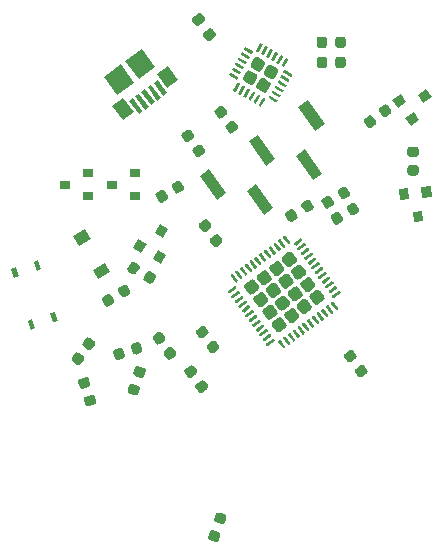
<source format=gbr>
%TF.GenerationSoftware,KiCad,Pcbnew,5.1.6-c6e7f7d~87~ubuntu18.04.1*%
%TF.CreationDate,2020-07-29T15:25:13-07:00*%
%TF.ProjectId,esp32_picod4_downpads,65737033-325f-4706-9963-6f64345f646f,rev?*%
%TF.SameCoordinates,Original*%
%TF.FileFunction,Paste,Top*%
%TF.FilePolarity,Positive*%
%FSLAX46Y46*%
G04 Gerber Fmt 4.6, Leading zero omitted, Abs format (unit mm)*
G04 Created by KiCad (PCBNEW 5.1.6-c6e7f7d~87~ubuntu18.04.1) date 2020-07-29 15:25:13*
%MOMM*%
%LPD*%
G01*
G04 APERTURE LIST*
%ADD10C,0.100000*%
%ADD11R,0.900000X0.800000*%
G04 APERTURE END LIST*
D10*
%TO.C,J18*%
G36*
X99073037Y-92878829D02*
G01*
X98253885Y-93452405D01*
X96814209Y-91396333D01*
X97633361Y-90822757D01*
X99073037Y-92878829D01*
G37*
G36*
X103234329Y-89965060D02*
G01*
X102415177Y-90538636D01*
X100975501Y-88482564D01*
X101794653Y-87908988D01*
X103234329Y-89965060D01*
G37*
G36*
X95093853Y-91624320D02*
G01*
X94274701Y-92197896D01*
X92835025Y-90141824D01*
X93654177Y-89568248D01*
X95093853Y-91624320D01*
G37*
G36*
X99255145Y-88710551D02*
G01*
X98435993Y-89284127D01*
X96996317Y-87228055D01*
X97815469Y-86654479D01*
X99255145Y-88710551D01*
G37*
G36*
X103416437Y-85796783D02*
G01*
X102597285Y-86370359D01*
X101157609Y-84314287D01*
X101976761Y-83740711D01*
X103416437Y-85796783D01*
G37*
%TD*%
%TO.C,C1*%
G36*
G01*
X91609771Y-106522473D02*
X92024393Y-106221234D01*
G75*
G02*
X92329943Y-106269628I128578J-176972D01*
G01*
X92587099Y-106623572D01*
G75*
G02*
X92538705Y-106929122I-176972J-128578D01*
G01*
X92124083Y-107230362D01*
G75*
G02*
X91818533Y-107181968I-128578J176972D01*
G01*
X91561377Y-106828024D01*
G75*
G02*
X91609771Y-106522474I176972J128578D01*
G01*
G37*
G36*
G01*
X92535533Y-107796675D02*
X92950155Y-107495436D01*
G75*
G02*
X93255705Y-107543830I128578J-176972D01*
G01*
X93512861Y-107897774D01*
G75*
G02*
X93464467Y-108203324I-176972J-128578D01*
G01*
X93049845Y-108504564D01*
G75*
G02*
X92744295Y-108456170I-128578J176972D01*
G01*
X92487139Y-108102226D01*
G75*
G02*
X92535533Y-107796676I176972J128578D01*
G01*
G37*
%TD*%
%TO.C,C2*%
G36*
G01*
X93498414Y-104433776D02*
X93913036Y-104132537D01*
G75*
G02*
X94218586Y-104180931I128578J-176972D01*
G01*
X94475742Y-104534875D01*
G75*
G02*
X94427348Y-104840425I-176972J-128578D01*
G01*
X94012726Y-105141665D01*
G75*
G02*
X93707176Y-105093271I-128578J176972D01*
G01*
X93450020Y-104739327D01*
G75*
G02*
X93498414Y-104433777I176972J128578D01*
G01*
G37*
G36*
G01*
X92572652Y-103159574D02*
X92987274Y-102858335D01*
G75*
G02*
X93292824Y-102906729I128578J-176972D01*
G01*
X93549980Y-103260673D01*
G75*
G02*
X93501586Y-103566223I-176972J-128578D01*
G01*
X93086964Y-103867463D01*
G75*
G02*
X92781414Y-103819069I-128578J176972D01*
G01*
X92524258Y-103465125D01*
G75*
G02*
X92572652Y-103159575I176972J128578D01*
G01*
G37*
%TD*%
%TO.C,C3*%
G36*
G01*
X89864467Y-104103325D02*
X89449845Y-104404564D01*
G75*
G02*
X89144295Y-104356170I-128578J176972D01*
G01*
X88887139Y-104002226D01*
G75*
G02*
X88935533Y-103696676I176972J128578D01*
G01*
X89350155Y-103395436D01*
G75*
G02*
X89655705Y-103443830I128578J-176972D01*
G01*
X89912861Y-103797774D01*
G75*
G02*
X89864467Y-104103324I-176972J-128578D01*
G01*
G37*
G36*
G01*
X90790229Y-105377527D02*
X90375607Y-105678766D01*
G75*
G02*
X90070057Y-105630372I-128578J176972D01*
G01*
X89812901Y-105276428D01*
G75*
G02*
X89861295Y-104970878I176972J128578D01*
G01*
X90275917Y-104669638D01*
G75*
G02*
X90581467Y-104718032I128578J-176972D01*
G01*
X90838623Y-105071976D01*
G75*
G02*
X90790229Y-105377526I-176972J-128578D01*
G01*
G37*
%TD*%
%TO.C,C4*%
G36*
G01*
X82487274Y-106141666D02*
X82072652Y-105840425D01*
G75*
G02*
X82024258Y-105534875I128578J176972D01*
G01*
X82281414Y-105180931D01*
G75*
G02*
X82586964Y-105132537I176972J-128578D01*
G01*
X83001586Y-105433777D01*
G75*
G02*
X83049980Y-105739327I-128578J-176972D01*
G01*
X82792824Y-106093271D01*
G75*
G02*
X82487274Y-106141665I-176972J128578D01*
G01*
G37*
G36*
G01*
X83413036Y-104867464D02*
X82998414Y-104566223D01*
G75*
G02*
X82950020Y-104260673I128578J176972D01*
G01*
X83207176Y-103906729D01*
G75*
G02*
X83512726Y-103858335I176972J-128578D01*
G01*
X83927348Y-104159575D01*
G75*
G02*
X83975742Y-104465125I-128578J-176972D01*
G01*
X83718586Y-104819069D01*
G75*
G02*
X83413036Y-104867463I-176972J128578D01*
G01*
G37*
%TD*%
%TO.C,C5*%
G36*
G01*
X106048414Y-106483776D02*
X106463036Y-106182537D01*
G75*
G02*
X106768586Y-106230931I128578J-176972D01*
G01*
X107025742Y-106584875D01*
G75*
G02*
X106977348Y-106890425I-176972J-128578D01*
G01*
X106562726Y-107191665D01*
G75*
G02*
X106257176Y-107143271I-128578J176972D01*
G01*
X106000020Y-106789327D01*
G75*
G02*
X106048414Y-106483777I176972J128578D01*
G01*
G37*
G36*
G01*
X105122652Y-105209574D02*
X105537274Y-104908335D01*
G75*
G02*
X105842824Y-104956729I128578J-176972D01*
G01*
X106099980Y-105310673D01*
G75*
G02*
X106051586Y-105616223I-176972J-128578D01*
G01*
X105636964Y-105917463D01*
G75*
G02*
X105331414Y-105869069I-128578J176972D01*
G01*
X105074258Y-105515125D01*
G75*
G02*
X105122652Y-105209575I176972J128578D01*
G01*
G37*
%TD*%
%TO.C,C6*%
G36*
G01*
X94172652Y-84559574D02*
X94587274Y-84258335D01*
G75*
G02*
X94892824Y-84306729I128578J-176972D01*
G01*
X95149980Y-84660673D01*
G75*
G02*
X95101586Y-84966223I-176972J-128578D01*
G01*
X94686964Y-85267463D01*
G75*
G02*
X94381414Y-85219069I-128578J176972D01*
G01*
X94124258Y-84865125D01*
G75*
G02*
X94172652Y-84559575I176972J128578D01*
G01*
G37*
G36*
G01*
X95098414Y-85833776D02*
X95513036Y-85532537D01*
G75*
G02*
X95818586Y-85580931I128578J-176972D01*
G01*
X96075742Y-85934875D01*
G75*
G02*
X96027348Y-86240425I-176972J-128578D01*
G01*
X95612726Y-86541665D01*
G75*
G02*
X95307176Y-86493271I-128578J176972D01*
G01*
X95050020Y-86139327D01*
G75*
G02*
X95098414Y-85833777I176972J128578D01*
G01*
G37*
%TD*%
%TO.C,C7*%
G36*
G01*
X89107011Y-98746831D02*
X88850761Y-99190669D01*
G75*
G02*
X88551943Y-99270737I-189443J109375D01*
G01*
X88173057Y-99051987D01*
G75*
G02*
X88092989Y-98753169I109375J189443D01*
G01*
X88349239Y-98309331D01*
G75*
G02*
X88648057Y-98229263I189443J-109375D01*
G01*
X89026943Y-98448013D01*
G75*
G02*
X89107011Y-98746831I-109375J-189443D01*
G01*
G37*
G36*
G01*
X87743021Y-97959331D02*
X87486771Y-98403169D01*
G75*
G02*
X87187953Y-98483237I-189443J109375D01*
G01*
X86809067Y-98264487D01*
G75*
G02*
X86728999Y-97965669I109375J189443D01*
G01*
X86985249Y-97521831D01*
G75*
G02*
X87284067Y-97441763I189443J-109375D01*
G01*
X87662953Y-97660513D01*
G75*
G02*
X87743021Y-97959331I-109375J-189443D01*
G01*
G37*
%TD*%
%TO.C,C8*%
G36*
G01*
X93201586Y-77116224D02*
X92786964Y-77417463D01*
G75*
G02*
X92481414Y-77369069I-128578J176972D01*
G01*
X92224258Y-77015125D01*
G75*
G02*
X92272652Y-76709575I176972J128578D01*
G01*
X92687274Y-76408335D01*
G75*
G02*
X92992824Y-76456729I128578J-176972D01*
G01*
X93249980Y-76810673D01*
G75*
G02*
X93201586Y-77116223I-176972J-128578D01*
G01*
G37*
G36*
G01*
X94127348Y-78390426D02*
X93712726Y-78691665D01*
G75*
G02*
X93407176Y-78643271I-128578J176972D01*
G01*
X93150020Y-78289327D01*
G75*
G02*
X93198414Y-77983777I176972J128578D01*
G01*
X93613036Y-77682537D01*
G75*
G02*
X93918586Y-77730931I128578J-176972D01*
G01*
X94175742Y-78084875D01*
G75*
G02*
X94127348Y-78390425I-176972J-128578D01*
G01*
G37*
%TD*%
%TO.C,C9*%
G36*
G01*
X104312500Y-79106250D02*
X104312500Y-78593750D01*
G75*
G02*
X104531250Y-78375000I218750J0D01*
G01*
X104968750Y-78375000D01*
G75*
G02*
X105187500Y-78593750I0J-218750D01*
G01*
X105187500Y-79106250D01*
G75*
G02*
X104968750Y-79325000I-218750J0D01*
G01*
X104531250Y-79325000D01*
G75*
G02*
X104312500Y-79106250I0J218750D01*
G01*
G37*
G36*
G01*
X102737500Y-79106250D02*
X102737500Y-78593750D01*
G75*
G02*
X102956250Y-78375000I218750J0D01*
G01*
X103393750Y-78375000D01*
G75*
G02*
X103612500Y-78593750I0J-218750D01*
G01*
X103612500Y-79106250D01*
G75*
G02*
X103393750Y-79325000I-218750J0D01*
G01*
X102956250Y-79325000D01*
G75*
G02*
X102737500Y-79106250I0J218750D01*
G01*
G37*
%TD*%
%TO.C,C10*%
G36*
G01*
X102737500Y-80806250D02*
X102737500Y-80293750D01*
G75*
G02*
X102956250Y-80075000I218750J0D01*
G01*
X103393750Y-80075000D01*
G75*
G02*
X103612500Y-80293750I0J-218750D01*
G01*
X103612500Y-80806250D01*
G75*
G02*
X103393750Y-81025000I-218750J0D01*
G01*
X102956250Y-81025000D01*
G75*
G02*
X102737500Y-80806250I0J218750D01*
G01*
G37*
G36*
G01*
X104312500Y-80806250D02*
X104312500Y-80293750D01*
G75*
G02*
X104531250Y-80075000I218750J0D01*
G01*
X104968750Y-80075000D01*
G75*
G02*
X105187500Y-80293750I0J-218750D01*
G01*
X105187500Y-80806250D01*
G75*
G02*
X104968750Y-81025000I-218750J0D01*
G01*
X104531250Y-81025000D01*
G75*
G02*
X104312500Y-80806250I0J218750D01*
G01*
G37*
%TD*%
%TO.C,C11*%
G36*
G01*
X89367244Y-92334419D02*
X89110994Y-91890581D01*
G75*
G02*
X89191062Y-91591763I189443J109375D01*
G01*
X89569948Y-91373013D01*
G75*
G02*
X89868766Y-91453081I109375J-189443D01*
G01*
X90125016Y-91896919D01*
G75*
G02*
X90044948Y-92195737I-189443J-109375D01*
G01*
X89666062Y-92414487D01*
G75*
G02*
X89367244Y-92334419I-109375J189443D01*
G01*
G37*
G36*
G01*
X90731234Y-91546919D02*
X90474984Y-91103081D01*
G75*
G02*
X90555052Y-90804263I189443J109375D01*
G01*
X90933938Y-90585513D01*
G75*
G02*
X91232756Y-90665581I109375J-189443D01*
G01*
X91489006Y-91109419D01*
G75*
G02*
X91408938Y-91408237I-189443J-109375D01*
G01*
X91030052Y-91626987D01*
G75*
G02*
X90731234Y-91546919I-109375J189443D01*
G01*
G37*
%TD*%
%TO.C,C12*%
G36*
G01*
X86199239Y-100340669D02*
X85942989Y-99896831D01*
G75*
G02*
X86023057Y-99598013I189443J109375D01*
G01*
X86401943Y-99379263D01*
G75*
G02*
X86700761Y-99459331I109375J-189443D01*
G01*
X86957011Y-99903169D01*
G75*
G02*
X86876943Y-100201987I-189443J-109375D01*
G01*
X86498057Y-100420737D01*
G75*
G02*
X86199239Y-100340669I-109375J189443D01*
G01*
G37*
G36*
G01*
X84835249Y-101128169D02*
X84578999Y-100684331D01*
G75*
G02*
X84659067Y-100385513I189443J109375D01*
G01*
X85037953Y-100166763D01*
G75*
G02*
X85336771Y-100246831I109375J-189443D01*
G01*
X85593021Y-100690669D01*
G75*
G02*
X85512953Y-100989487I-189443J-109375D01*
G01*
X85134067Y-101208237D01*
G75*
G02*
X84835249Y-101128169I-109375J189443D01*
G01*
G37*
%TD*%
%TO.C,C13*%
G36*
G01*
X93751586Y-94566224D02*
X93336964Y-94867463D01*
G75*
G02*
X93031414Y-94819069I-128578J176972D01*
G01*
X92774258Y-94465125D01*
G75*
G02*
X92822652Y-94159575I176972J128578D01*
G01*
X93237274Y-93858335D01*
G75*
G02*
X93542824Y-93906729I128578J-176972D01*
G01*
X93799980Y-94260673D01*
G75*
G02*
X93751586Y-94566223I-176972J-128578D01*
G01*
G37*
G36*
G01*
X94677348Y-95840426D02*
X94262726Y-96141665D01*
G75*
G02*
X93957176Y-96093271I-128578J176972D01*
G01*
X93700020Y-95739327D01*
G75*
G02*
X93748414Y-95433777I176972J128578D01*
G01*
X94163036Y-95132537D01*
G75*
G02*
X94468586Y-95180931I128578J-176972D01*
G01*
X94725742Y-95534875D01*
G75*
G02*
X94677348Y-95840425I-176972J-128578D01*
G01*
G37*
%TD*%
%TO.C,C14*%
G36*
G01*
X100349239Y-93940669D02*
X100092989Y-93496831D01*
G75*
G02*
X100173057Y-93198013I189443J109375D01*
G01*
X100551943Y-92979263D01*
G75*
G02*
X100850761Y-93059331I109375J-189443D01*
G01*
X101107011Y-93503169D01*
G75*
G02*
X101026943Y-93801987I-189443J-109375D01*
G01*
X100648057Y-94020737D01*
G75*
G02*
X100349239Y-93940669I-109375J189443D01*
G01*
G37*
G36*
G01*
X101713229Y-93153169D02*
X101456979Y-92709331D01*
G75*
G02*
X101537047Y-92410513I189443J109375D01*
G01*
X101915933Y-92191763D01*
G75*
G02*
X102214751Y-92271831I109375J-189443D01*
G01*
X102471001Y-92715669D01*
G75*
G02*
X102390933Y-93014487I-189443J-109375D01*
G01*
X102012047Y-93233237D01*
G75*
G02*
X101713229Y-93153169I-109375J189443D01*
G01*
G37*
%TD*%
%TO.C,D1*%
G36*
X82130385Y-95281347D02*
G01*
X83169615Y-94681347D01*
X83619615Y-95460769D01*
X82580385Y-96060769D01*
X82130385Y-95281347D01*
G37*
G36*
X83780385Y-98139231D02*
G01*
X84819615Y-97539231D01*
X85269615Y-98318653D01*
X84230385Y-98918653D01*
X83780385Y-98139231D01*
G37*
%TD*%
%TO.C,J17*%
G36*
X80578401Y-101661187D02*
G01*
X80825614Y-102422032D01*
X80445191Y-102545639D01*
X80197978Y-101784794D01*
X80578401Y-101661187D01*
G37*
G36*
X79156922Y-97286327D02*
G01*
X79404135Y-98047172D01*
X79023712Y-98170779D01*
X78776499Y-97409934D01*
X79156922Y-97286327D01*
G37*
G36*
X77254809Y-97904361D02*
G01*
X77502022Y-98665206D01*
X77121599Y-98788813D01*
X76874386Y-98027968D01*
X77254809Y-97904361D01*
G37*
G36*
X78676288Y-102279221D02*
G01*
X78923501Y-103040066D01*
X78543078Y-103163673D01*
X78295865Y-102402828D01*
X78676288Y-102279221D01*
G37*
%TD*%
%TO.C,J19*%
G36*
X86149494Y-80717122D02*
G01*
X87266286Y-82254254D01*
X85850506Y-83282878D01*
X84733714Y-81745746D01*
X86149494Y-80717122D01*
G37*
G36*
X88743990Y-82416707D02*
G01*
X89566889Y-83549331D01*
X89243282Y-83784445D01*
X88420383Y-82651821D01*
X88743990Y-82416707D01*
G37*
G36*
X89269851Y-82034647D02*
G01*
X90092750Y-83167271D01*
X89769143Y-83402385D01*
X88946244Y-82269761D01*
X89269851Y-82034647D01*
G37*
G36*
X87166407Y-83562888D02*
G01*
X87989306Y-84695512D01*
X87665699Y-84930626D01*
X86842800Y-83798002D01*
X87166407Y-83562888D01*
G37*
G36*
X87692268Y-83180828D02*
G01*
X88515167Y-84313452D01*
X88191560Y-84548566D01*
X87368661Y-83415942D01*
X87692268Y-83180828D01*
G37*
G36*
X88218129Y-82798768D02*
G01*
X89041028Y-83931392D01*
X88717421Y-84166506D01*
X87894522Y-83033882D01*
X88218129Y-82798768D01*
G37*
G36*
X87969782Y-79394605D02*
G01*
X89086574Y-80931737D01*
X87670794Y-81960361D01*
X86554002Y-80423229D01*
X87969782Y-79394605D01*
G37*
G36*
X86383025Y-83581997D02*
G01*
X87235314Y-84755072D01*
X86304945Y-85431025D01*
X85452656Y-84257950D01*
X86383025Y-83581997D01*
G37*
G36*
X90136864Y-80854674D02*
G01*
X90989153Y-82027749D01*
X90058784Y-82703702D01*
X89206495Y-81530627D01*
X90136864Y-80854674D01*
G37*
%TD*%
%TO.C,L1*%
G36*
G01*
X87835859Y-104377746D02*
X87994230Y-104865163D01*
G75*
G02*
X87853783Y-105140804I-208044J-67597D01*
G01*
X87437696Y-105275999D01*
G75*
G02*
X87162055Y-105135552I-67597J208044D01*
G01*
X87003684Y-104648135D01*
G75*
G02*
X87144131Y-104372494I208044J67597D01*
G01*
X87560218Y-104237299D01*
G75*
G02*
X87835859Y-104377746I67597J-208044D01*
G01*
G37*
G36*
G01*
X86337945Y-104864448D02*
X86496316Y-105351865D01*
G75*
G02*
X86355869Y-105627506I-208044J-67597D01*
G01*
X85939782Y-105762701D01*
G75*
G02*
X85664141Y-105622254I-67597J208044D01*
G01*
X85505770Y-105134837D01*
G75*
G02*
X85646217Y-104859196I208044J67597D01*
G01*
X86062304Y-104724001D01*
G75*
G02*
X86337945Y-104864448I67597J-208044D01*
G01*
G37*
%TD*%
%TO.C,Q1*%
G36*
X111771056Y-83988110D02*
G01*
X111300828Y-83340897D01*
X112028944Y-82811890D01*
X112499172Y-83459103D01*
X111771056Y-83988110D01*
G37*
G36*
X110711418Y-85932246D02*
G01*
X110241190Y-85285033D01*
X110969306Y-84756026D01*
X111439534Y-85403239D01*
X110711418Y-85932246D01*
G37*
G36*
X109594626Y-84395114D02*
G01*
X109124398Y-83747901D01*
X109852514Y-83218894D01*
X110322742Y-83866107D01*
X109594626Y-84395114D01*
G37*
%TD*%
%TO.C,Q2*%
G36*
X111595420Y-91100453D02*
G01*
X112391038Y-91016830D01*
X112485114Y-91911899D01*
X111689496Y-91995522D01*
X111595420Y-91100453D01*
G37*
G36*
X109705829Y-91299057D02*
G01*
X110501447Y-91215434D01*
X110595523Y-92110503D01*
X109799905Y-92194126D01*
X109705829Y-91299057D01*
G37*
G36*
X110859681Y-93188799D02*
G01*
X111655299Y-93105176D01*
X111749375Y-94000245D01*
X110953757Y-94083868D01*
X110859681Y-93188799D01*
G37*
%TD*%
D11*
%TO.C,Q3*%
X83400000Y-91850000D03*
X83400000Y-89950000D03*
X81400000Y-90900000D03*
%TD*%
%TO.C,Q4*%
X85400000Y-90900000D03*
X87400000Y-89950000D03*
X87400000Y-91850000D03*
%TD*%
%TO.C,R1*%
G36*
G01*
X83169428Y-108836590D02*
X83656845Y-108678219D01*
G75*
G02*
X83932486Y-108818666I67597J-208044D01*
G01*
X84067681Y-109234753D01*
G75*
G02*
X83927234Y-109510394I-208044J-67597D01*
G01*
X83439817Y-109668765D01*
G75*
G02*
X83164176Y-109528318I-67597J208044D01*
G01*
X83028981Y-109112231D01*
G75*
G02*
X83169428Y-108836590I208044J67597D01*
G01*
G37*
G36*
G01*
X82682726Y-107338676D02*
X83170143Y-107180305D01*
G75*
G02*
X83445784Y-107320752I67597J-208044D01*
G01*
X83580979Y-107736839D01*
G75*
G02*
X83440532Y-108012480I-208044J-67597D01*
G01*
X82953115Y-108170851D01*
G75*
G02*
X82677474Y-108030404I-67597J208044D01*
G01*
X82542279Y-107614317D01*
G75*
G02*
X82682726Y-107338676I208044J67597D01*
G01*
G37*
%TD*%
%TO.C,R2*%
G36*
G01*
X94676864Y-119646316D02*
X94189448Y-119487945D01*
G75*
G02*
X94049001Y-119212304I67597J208044D01*
G01*
X94184196Y-118796217D01*
G75*
G02*
X94459837Y-118655770I208044J-67597D01*
G01*
X94947254Y-118814141D01*
G75*
G02*
X95087701Y-119089782I-67597J-208044D01*
G01*
X94952506Y-119505869D01*
G75*
G02*
X94676865Y-119646316I-208044J67597D01*
G01*
G37*
G36*
G01*
X94190162Y-121144230D02*
X93702746Y-120985859D01*
G75*
G02*
X93562299Y-120710218I67597J208044D01*
G01*
X93697494Y-120294131D01*
G75*
G02*
X93973135Y-120153684I208044J-67597D01*
G01*
X94460552Y-120312055D01*
G75*
G02*
X94600999Y-120587696I-67597J-208044D01*
G01*
X94465804Y-121003783D01*
G75*
G02*
X94190163Y-121144230I-208044J67597D01*
G01*
G37*
%TD*%
%TO.C,R3*%
G36*
G01*
X108740426Y-84172652D02*
X109041665Y-84587274D01*
G75*
G02*
X108993271Y-84892824I-176972J-128578D01*
G01*
X108639327Y-85149980D01*
G75*
G02*
X108333777Y-85101586I-128578J176972D01*
G01*
X108032537Y-84686964D01*
G75*
G02*
X108080931Y-84381414I176972J128578D01*
G01*
X108434875Y-84124258D01*
G75*
G02*
X108740425Y-84172652I128578J-176972D01*
G01*
G37*
G36*
G01*
X107466224Y-85098414D02*
X107767463Y-85513036D01*
G75*
G02*
X107719069Y-85818586I-176972J-128578D01*
G01*
X107365125Y-86075742D01*
G75*
G02*
X107059575Y-86027348I-128578J176972D01*
G01*
X106758335Y-85612726D01*
G75*
G02*
X106806729Y-85307176I176972J128578D01*
G01*
X107160673Y-85050020D01*
G75*
G02*
X107466223Y-85098414I128578J-176972D01*
G01*
G37*
%TD*%
%TO.C,R4*%
G36*
G01*
X111156250Y-88550000D02*
X110643750Y-88550000D01*
G75*
G02*
X110425000Y-88331250I0J218750D01*
G01*
X110425000Y-87893750D01*
G75*
G02*
X110643750Y-87675000I218750J0D01*
G01*
X111156250Y-87675000D01*
G75*
G02*
X111375000Y-87893750I0J-218750D01*
G01*
X111375000Y-88331250D01*
G75*
G02*
X111156250Y-88550000I-218750J0D01*
G01*
G37*
G36*
G01*
X111156250Y-90125000D02*
X110643750Y-90125000D01*
G75*
G02*
X110425000Y-89906250I0J218750D01*
G01*
X110425000Y-89468750D01*
G75*
G02*
X110643750Y-89250000I218750J0D01*
G01*
X111156250Y-89250000D01*
G75*
G02*
X111375000Y-89468750I0J-218750D01*
G01*
X111375000Y-89906250D01*
G75*
G02*
X111156250Y-90125000I-218750J0D01*
G01*
G37*
%TD*%
%TO.C,R7*%
G36*
G01*
X103415930Y-92830477D02*
X103159680Y-92386639D01*
G75*
G02*
X103239748Y-92087821I189443J109375D01*
G01*
X103618634Y-91869071D01*
G75*
G02*
X103917452Y-91949139I109375J-189443D01*
G01*
X104173702Y-92392977D01*
G75*
G02*
X104093634Y-92691795I-189443J-109375D01*
G01*
X103714748Y-92910545D01*
G75*
G02*
X103415930Y-92830477I-109375J189443D01*
G01*
G37*
G36*
G01*
X104779920Y-92042977D02*
X104523670Y-91599139D01*
G75*
G02*
X104603738Y-91300321I189443J109375D01*
G01*
X104982624Y-91081571D01*
G75*
G02*
X105281442Y-91161639I109375J-189443D01*
G01*
X105537692Y-91605477D01*
G75*
G02*
X105457624Y-91904295I-189443J-109375D01*
G01*
X105078738Y-92123045D01*
G75*
G02*
X104779920Y-92042977I-109375J189443D01*
G01*
G37*
%TD*%
%TO.C,R8*%
G36*
G01*
X106064751Y-92521831D02*
X106321001Y-92965669D01*
G75*
G02*
X106240933Y-93264487I-189443J-109375D01*
G01*
X105862047Y-93483237D01*
G75*
G02*
X105563229Y-93403169I-109375J189443D01*
G01*
X105306979Y-92959331D01*
G75*
G02*
X105387047Y-92660513I189443J109375D01*
G01*
X105765933Y-92441763D01*
G75*
G02*
X106064751Y-92521831I109375J-189443D01*
G01*
G37*
G36*
G01*
X104700761Y-93309331D02*
X104957011Y-93753169D01*
G75*
G02*
X104876943Y-94051987I-189443J-109375D01*
G01*
X104498057Y-94270737D01*
G75*
G02*
X104199239Y-94190669I-109375J189443D01*
G01*
X103942989Y-93746831D01*
G75*
G02*
X104023057Y-93448013I189443J109375D01*
G01*
X104401943Y-93229263D01*
G75*
G02*
X104700761Y-93309331I109375J-189443D01*
G01*
G37*
%TD*%
%TO.C,R9*%
G36*
G01*
X92298414Y-87833776D02*
X92713036Y-87532537D01*
G75*
G02*
X93018586Y-87580931I128578J-176972D01*
G01*
X93275742Y-87934875D01*
G75*
G02*
X93227348Y-88240425I-176972J-128578D01*
G01*
X92812726Y-88541665D01*
G75*
G02*
X92507176Y-88493271I-128578J176972D01*
G01*
X92250020Y-88139327D01*
G75*
G02*
X92298414Y-87833777I176972J128578D01*
G01*
G37*
G36*
G01*
X91372652Y-86559574D02*
X91787274Y-86258335D01*
G75*
G02*
X92092824Y-86306729I128578J-176972D01*
G01*
X92349980Y-86660673D01*
G75*
G02*
X92301586Y-86966223I-176972J-128578D01*
G01*
X91886964Y-87267463D01*
G75*
G02*
X91581414Y-87219069I-128578J176972D01*
G01*
X91324258Y-86865125D01*
G75*
G02*
X91372652Y-86559575I176972J128578D01*
G01*
G37*
%TD*%
%TO.C,U1*%
G36*
G01*
X95305612Y-100088740D02*
X95232138Y-99987613D01*
G75*
G02*
X95245965Y-99900312I50564J36737D01*
G01*
X95792052Y-99503557D01*
G75*
G02*
X95879353Y-99517384I36737J-50564D01*
G01*
X95952826Y-99618511D01*
G75*
G02*
X95938999Y-99705812I-50564J-36737D01*
G01*
X95392912Y-100102567D01*
G75*
G02*
X95305611Y-100088740I-36737J50564D01*
G01*
G37*
G36*
G01*
X95599505Y-100493249D02*
X95526031Y-100392122D01*
G75*
G02*
X95539858Y-100304821I50564J36737D01*
G01*
X96085945Y-99908066D01*
G75*
G02*
X96173246Y-99921893I36737J-50564D01*
G01*
X96246719Y-100023020D01*
G75*
G02*
X96232892Y-100110321I-50564J-36737D01*
G01*
X95686805Y-100507076D01*
G75*
G02*
X95599504Y-100493249I-36737J50564D01*
G01*
G37*
G36*
G01*
X95893397Y-100897757D02*
X95819923Y-100796630D01*
G75*
G02*
X95833750Y-100709329I50564J36737D01*
G01*
X96379837Y-100312574D01*
G75*
G02*
X96467138Y-100326401I36737J-50564D01*
G01*
X96540611Y-100427528D01*
G75*
G02*
X96526784Y-100514829I-50564J-36737D01*
G01*
X95980697Y-100911584D01*
G75*
G02*
X95893396Y-100897757I-36737J50564D01*
G01*
G37*
G36*
G01*
X96187290Y-101302266D02*
X96113816Y-101201139D01*
G75*
G02*
X96127643Y-101113838I50564J36737D01*
G01*
X96673730Y-100717083D01*
G75*
G02*
X96761031Y-100730910I36737J-50564D01*
G01*
X96834504Y-100832037D01*
G75*
G02*
X96820677Y-100919338I-50564J-36737D01*
G01*
X96274590Y-101316093D01*
G75*
G02*
X96187289Y-101302266I-36737J50564D01*
G01*
G37*
G36*
G01*
X96481182Y-101706774D02*
X96407708Y-101605647D01*
G75*
G02*
X96421535Y-101518346I50564J36737D01*
G01*
X96967622Y-101121591D01*
G75*
G02*
X97054923Y-101135418I36737J-50564D01*
G01*
X97128396Y-101236545D01*
G75*
G02*
X97114569Y-101323846I-50564J-36737D01*
G01*
X96568482Y-101720601D01*
G75*
G02*
X96481181Y-101706774I-36737J50564D01*
G01*
G37*
G36*
G01*
X96775075Y-102111283D02*
X96701601Y-102010156D01*
G75*
G02*
X96715428Y-101922855I50564J36737D01*
G01*
X97261515Y-101526100D01*
G75*
G02*
X97348816Y-101539927I36737J-50564D01*
G01*
X97422289Y-101641054D01*
G75*
G02*
X97408462Y-101728355I-50564J-36737D01*
G01*
X96862375Y-102125110D01*
G75*
G02*
X96775074Y-102111283I-36737J50564D01*
G01*
G37*
G36*
G01*
X97068968Y-102515791D02*
X96995494Y-102414664D01*
G75*
G02*
X97009321Y-102327363I50564J36737D01*
G01*
X97555408Y-101930608D01*
G75*
G02*
X97642709Y-101944435I36737J-50564D01*
G01*
X97716182Y-102045562D01*
G75*
G02*
X97702355Y-102132863I-50564J-36737D01*
G01*
X97156268Y-102529618D01*
G75*
G02*
X97068967Y-102515791I-36737J50564D01*
G01*
G37*
G36*
G01*
X97362860Y-102920300D02*
X97289386Y-102819173D01*
G75*
G02*
X97303213Y-102731872I50564J36737D01*
G01*
X97849300Y-102335117D01*
G75*
G02*
X97936601Y-102348944I36737J-50564D01*
G01*
X98010074Y-102450071D01*
G75*
G02*
X97996247Y-102537372I-50564J-36737D01*
G01*
X97450160Y-102934127D01*
G75*
G02*
X97362859Y-102920300I-36737J50564D01*
G01*
G37*
G36*
G01*
X97656753Y-103324808D02*
X97583279Y-103223681D01*
G75*
G02*
X97597106Y-103136380I50564J36737D01*
G01*
X98143193Y-102739625D01*
G75*
G02*
X98230494Y-102753452I36737J-50564D01*
G01*
X98303967Y-102854579D01*
G75*
G02*
X98290140Y-102941880I-50564J-36737D01*
G01*
X97744053Y-103338635D01*
G75*
G02*
X97656752Y-103324808I-36737J50564D01*
G01*
G37*
G36*
G01*
X97950646Y-103729317D02*
X97877172Y-103628190D01*
G75*
G02*
X97890999Y-103540889I50564J36737D01*
G01*
X98437086Y-103144134D01*
G75*
G02*
X98524387Y-103157961I36737J-50564D01*
G01*
X98597860Y-103259088D01*
G75*
G02*
X98584033Y-103346389I-50564J-36737D01*
G01*
X98037946Y-103743144D01*
G75*
G02*
X97950645Y-103729317I-36737J50564D01*
G01*
G37*
G36*
G01*
X98244538Y-104133825D02*
X98171064Y-104032698D01*
G75*
G02*
X98184891Y-103945397I50564J36737D01*
G01*
X98730978Y-103548642D01*
G75*
G02*
X98818279Y-103562469I36737J-50564D01*
G01*
X98891752Y-103663596D01*
G75*
G02*
X98877925Y-103750897I-50564J-36737D01*
G01*
X98331838Y-104147652D01*
G75*
G02*
X98244537Y-104133825I-36737J50564D01*
G01*
G37*
G36*
G01*
X98538431Y-104538334D02*
X98464957Y-104437207D01*
G75*
G02*
X98478784Y-104349906I50564J36737D01*
G01*
X99024871Y-103953151D01*
G75*
G02*
X99112172Y-103966978I36737J-50564D01*
G01*
X99185645Y-104068105D01*
G75*
G02*
X99171818Y-104155406I-50564J-36737D01*
G01*
X98625731Y-104552161D01*
G75*
G02*
X98538430Y-104538334I-36737J50564D01*
G01*
G37*
G36*
G01*
X99900312Y-104754034D02*
X99503557Y-104207948D01*
G75*
G02*
X99517384Y-104120647I50564J36737D01*
G01*
X99618511Y-104047174D01*
G75*
G02*
X99705812Y-104061001I36737J-50564D01*
G01*
X100102567Y-104607088D01*
G75*
G02*
X100088740Y-104694389I-50564J-36737D01*
G01*
X99987613Y-104767862D01*
G75*
G02*
X99900312Y-104754035I-36737J50564D01*
G01*
G37*
G36*
G01*
X100304821Y-104460141D02*
X99908066Y-103914055D01*
G75*
G02*
X99921893Y-103826754I50564J36737D01*
G01*
X100023020Y-103753281D01*
G75*
G02*
X100110321Y-103767108I36737J-50564D01*
G01*
X100507076Y-104313195D01*
G75*
G02*
X100493249Y-104400496I-50564J-36737D01*
G01*
X100392122Y-104473969D01*
G75*
G02*
X100304821Y-104460142I-36737J50564D01*
G01*
G37*
G36*
G01*
X100709329Y-104166249D02*
X100312574Y-103620163D01*
G75*
G02*
X100326401Y-103532862I50564J36737D01*
G01*
X100427528Y-103459389D01*
G75*
G02*
X100514829Y-103473216I36737J-50564D01*
G01*
X100911584Y-104019303D01*
G75*
G02*
X100897757Y-104106604I-50564J-36737D01*
G01*
X100796630Y-104180077D01*
G75*
G02*
X100709329Y-104166250I-36737J50564D01*
G01*
G37*
G36*
G01*
X101113838Y-103872356D02*
X100717083Y-103326270D01*
G75*
G02*
X100730910Y-103238969I50564J36737D01*
G01*
X100832037Y-103165496D01*
G75*
G02*
X100919338Y-103179323I36737J-50564D01*
G01*
X101316093Y-103725410D01*
G75*
G02*
X101302266Y-103812711I-50564J-36737D01*
G01*
X101201139Y-103886184D01*
G75*
G02*
X101113838Y-103872357I-36737J50564D01*
G01*
G37*
G36*
G01*
X101518346Y-103578464D02*
X101121591Y-103032378D01*
G75*
G02*
X101135418Y-102945077I50564J36737D01*
G01*
X101236545Y-102871604D01*
G75*
G02*
X101323846Y-102885431I36737J-50564D01*
G01*
X101720601Y-103431518D01*
G75*
G02*
X101706774Y-103518819I-50564J-36737D01*
G01*
X101605647Y-103592292D01*
G75*
G02*
X101518346Y-103578465I-36737J50564D01*
G01*
G37*
G36*
G01*
X101922855Y-103284571D02*
X101526100Y-102738485D01*
G75*
G02*
X101539927Y-102651184I50564J36737D01*
G01*
X101641054Y-102577711D01*
G75*
G02*
X101728355Y-102591538I36737J-50564D01*
G01*
X102125110Y-103137625D01*
G75*
G02*
X102111283Y-103224926I-50564J-36737D01*
G01*
X102010156Y-103298399D01*
G75*
G02*
X101922855Y-103284572I-36737J50564D01*
G01*
G37*
G36*
G01*
X102327363Y-102990678D02*
X101930608Y-102444592D01*
G75*
G02*
X101944435Y-102357291I50564J36737D01*
G01*
X102045562Y-102283818D01*
G75*
G02*
X102132863Y-102297645I36737J-50564D01*
G01*
X102529618Y-102843732D01*
G75*
G02*
X102515791Y-102931033I-50564J-36737D01*
G01*
X102414664Y-103004506D01*
G75*
G02*
X102327363Y-102990679I-36737J50564D01*
G01*
G37*
G36*
G01*
X102731872Y-102696786D02*
X102335117Y-102150700D01*
G75*
G02*
X102348944Y-102063399I50564J36737D01*
G01*
X102450071Y-101989926D01*
G75*
G02*
X102537372Y-102003753I36737J-50564D01*
G01*
X102934127Y-102549840D01*
G75*
G02*
X102920300Y-102637141I-50564J-36737D01*
G01*
X102819173Y-102710614D01*
G75*
G02*
X102731872Y-102696787I-36737J50564D01*
G01*
G37*
G36*
G01*
X103136380Y-102402893D02*
X102739625Y-101856807D01*
G75*
G02*
X102753452Y-101769506I50564J36737D01*
G01*
X102854579Y-101696033D01*
G75*
G02*
X102941880Y-101709860I36737J-50564D01*
G01*
X103338635Y-102255947D01*
G75*
G02*
X103324808Y-102343248I-50564J-36737D01*
G01*
X103223681Y-102416721D01*
G75*
G02*
X103136380Y-102402894I-36737J50564D01*
G01*
G37*
G36*
G01*
X103540889Y-102109000D02*
X103144134Y-101562914D01*
G75*
G02*
X103157961Y-101475613I50564J36737D01*
G01*
X103259088Y-101402140D01*
G75*
G02*
X103346389Y-101415967I36737J-50564D01*
G01*
X103743144Y-101962054D01*
G75*
G02*
X103729317Y-102049355I-50564J-36737D01*
G01*
X103628190Y-102122828D01*
G75*
G02*
X103540889Y-102109001I-36737J50564D01*
G01*
G37*
G36*
G01*
X103945397Y-101815108D02*
X103548642Y-101269022D01*
G75*
G02*
X103562469Y-101181721I50564J36737D01*
G01*
X103663596Y-101108248D01*
G75*
G02*
X103750897Y-101122075I36737J-50564D01*
G01*
X104147652Y-101668162D01*
G75*
G02*
X104133825Y-101755463I-50564J-36737D01*
G01*
X104032698Y-101828936D01*
G75*
G02*
X103945397Y-101815109I-36737J50564D01*
G01*
G37*
G36*
G01*
X104349906Y-101521215D02*
X103953151Y-100975129D01*
G75*
G02*
X103966978Y-100887828I50564J36737D01*
G01*
X104068105Y-100814355D01*
G75*
G02*
X104155406Y-100828182I36737J-50564D01*
G01*
X104552161Y-101374269D01*
G75*
G02*
X104538334Y-101461570I-50564J-36737D01*
G01*
X104437207Y-101535043D01*
G75*
G02*
X104349906Y-101521216I-36737J50564D01*
G01*
G37*
G36*
G01*
X104120648Y-100482616D02*
X104047174Y-100381489D01*
G75*
G02*
X104061001Y-100294188I50564J36737D01*
G01*
X104607088Y-99897433D01*
G75*
G02*
X104694389Y-99911260I36737J-50564D01*
G01*
X104767862Y-100012387D01*
G75*
G02*
X104754035Y-100099688I-50564J-36737D01*
G01*
X104207948Y-100496443D01*
G75*
G02*
X104120647Y-100482616I-36737J50564D01*
G01*
G37*
G36*
G01*
X103826755Y-100078107D02*
X103753281Y-99976980D01*
G75*
G02*
X103767108Y-99889679I50564J36737D01*
G01*
X104313195Y-99492924D01*
G75*
G02*
X104400496Y-99506751I36737J-50564D01*
G01*
X104473969Y-99607878D01*
G75*
G02*
X104460142Y-99695179I-50564J-36737D01*
G01*
X103914055Y-100091934D01*
G75*
G02*
X103826754Y-100078107I-36737J50564D01*
G01*
G37*
G36*
G01*
X103532863Y-99673599D02*
X103459389Y-99572472D01*
G75*
G02*
X103473216Y-99485171I50564J36737D01*
G01*
X104019303Y-99088416D01*
G75*
G02*
X104106604Y-99102243I36737J-50564D01*
G01*
X104180077Y-99203370D01*
G75*
G02*
X104166250Y-99290671I-50564J-36737D01*
G01*
X103620163Y-99687426D01*
G75*
G02*
X103532862Y-99673599I-36737J50564D01*
G01*
G37*
G36*
G01*
X103238970Y-99269090D02*
X103165496Y-99167963D01*
G75*
G02*
X103179323Y-99080662I50564J36737D01*
G01*
X103725410Y-98683907D01*
G75*
G02*
X103812711Y-98697734I36737J-50564D01*
G01*
X103886184Y-98798861D01*
G75*
G02*
X103872357Y-98886162I-50564J-36737D01*
G01*
X103326270Y-99282917D01*
G75*
G02*
X103238969Y-99269090I-36737J50564D01*
G01*
G37*
G36*
G01*
X102945078Y-98864582D02*
X102871604Y-98763455D01*
G75*
G02*
X102885431Y-98676154I50564J36737D01*
G01*
X103431518Y-98279399D01*
G75*
G02*
X103518819Y-98293226I36737J-50564D01*
G01*
X103592292Y-98394353D01*
G75*
G02*
X103578465Y-98481654I-50564J-36737D01*
G01*
X103032378Y-98878409D01*
G75*
G02*
X102945077Y-98864582I-36737J50564D01*
G01*
G37*
G36*
G01*
X102651185Y-98460073D02*
X102577711Y-98358946D01*
G75*
G02*
X102591538Y-98271645I50564J36737D01*
G01*
X103137625Y-97874890D01*
G75*
G02*
X103224926Y-97888717I36737J-50564D01*
G01*
X103298399Y-97989844D01*
G75*
G02*
X103284572Y-98077145I-50564J-36737D01*
G01*
X102738485Y-98473900D01*
G75*
G02*
X102651184Y-98460073I-36737J50564D01*
G01*
G37*
G36*
G01*
X102357292Y-98055565D02*
X102283818Y-97954438D01*
G75*
G02*
X102297645Y-97867137I50564J36737D01*
G01*
X102843732Y-97470382D01*
G75*
G02*
X102931033Y-97484209I36737J-50564D01*
G01*
X103004506Y-97585336D01*
G75*
G02*
X102990679Y-97672637I-50564J-36737D01*
G01*
X102444592Y-98069392D01*
G75*
G02*
X102357291Y-98055565I-36737J50564D01*
G01*
G37*
G36*
G01*
X102063400Y-97651056D02*
X101989926Y-97549929D01*
G75*
G02*
X102003753Y-97462628I50564J36737D01*
G01*
X102549840Y-97065873D01*
G75*
G02*
X102637141Y-97079700I36737J-50564D01*
G01*
X102710614Y-97180827D01*
G75*
G02*
X102696787Y-97268128I-50564J-36737D01*
G01*
X102150700Y-97664883D01*
G75*
G02*
X102063399Y-97651056I-36737J50564D01*
G01*
G37*
G36*
G01*
X101769507Y-97246548D02*
X101696033Y-97145421D01*
G75*
G02*
X101709860Y-97058120I50564J36737D01*
G01*
X102255947Y-96661365D01*
G75*
G02*
X102343248Y-96675192I36737J-50564D01*
G01*
X102416721Y-96776319D01*
G75*
G02*
X102402894Y-96863620I-50564J-36737D01*
G01*
X101856807Y-97260375D01*
G75*
G02*
X101769506Y-97246548I-36737J50564D01*
G01*
G37*
G36*
G01*
X101475614Y-96842039D02*
X101402140Y-96740912D01*
G75*
G02*
X101415967Y-96653611I50564J36737D01*
G01*
X101962054Y-96256856D01*
G75*
G02*
X102049355Y-96270683I36737J-50564D01*
G01*
X102122828Y-96371810D01*
G75*
G02*
X102109001Y-96459111I-50564J-36737D01*
G01*
X101562914Y-96855866D01*
G75*
G02*
X101475613Y-96842039I-36737J50564D01*
G01*
G37*
G36*
G01*
X101181722Y-96437531D02*
X101108248Y-96336404D01*
G75*
G02*
X101122075Y-96249103I50564J36737D01*
G01*
X101668162Y-95852348D01*
G75*
G02*
X101755463Y-95866175I36737J-50564D01*
G01*
X101828936Y-95967302D01*
G75*
G02*
X101815109Y-96054603I-50564J-36737D01*
G01*
X101269022Y-96451358D01*
G75*
G02*
X101181721Y-96437531I-36737J50564D01*
G01*
G37*
G36*
G01*
X100887829Y-96033022D02*
X100814355Y-95931895D01*
G75*
G02*
X100828182Y-95844594I50564J36737D01*
G01*
X101374269Y-95447839D01*
G75*
G02*
X101461570Y-95461666I36737J-50564D01*
G01*
X101535043Y-95562793D01*
G75*
G02*
X101521216Y-95650094I-50564J-36737D01*
G01*
X100975129Y-96046849D01*
G75*
G02*
X100887828Y-96033022I-36737J50564D01*
G01*
G37*
G36*
G01*
X100294188Y-95938998D02*
X99897433Y-95392912D01*
G75*
G02*
X99911260Y-95305611I50564J36737D01*
G01*
X100012387Y-95232138D01*
G75*
G02*
X100099688Y-95245965I36737J-50564D01*
G01*
X100496443Y-95792052D01*
G75*
G02*
X100482616Y-95879353I-50564J-36737D01*
G01*
X100381489Y-95952826D01*
G75*
G02*
X100294188Y-95938999I-36737J50564D01*
G01*
G37*
G36*
G01*
X99889679Y-96232891D02*
X99492924Y-95686805D01*
G75*
G02*
X99506751Y-95599504I50564J36737D01*
G01*
X99607878Y-95526031D01*
G75*
G02*
X99695179Y-95539858I36737J-50564D01*
G01*
X100091934Y-96085945D01*
G75*
G02*
X100078107Y-96173246I-50564J-36737D01*
G01*
X99976980Y-96246719D01*
G75*
G02*
X99889679Y-96232892I-36737J50564D01*
G01*
G37*
G36*
G01*
X99485171Y-96526783D02*
X99088416Y-95980697D01*
G75*
G02*
X99102243Y-95893396I50564J36737D01*
G01*
X99203370Y-95819923D01*
G75*
G02*
X99290671Y-95833750I36737J-50564D01*
G01*
X99687426Y-96379837D01*
G75*
G02*
X99673599Y-96467138I-50564J-36737D01*
G01*
X99572472Y-96540611D01*
G75*
G02*
X99485171Y-96526784I-36737J50564D01*
G01*
G37*
G36*
G01*
X99080662Y-96820676D02*
X98683907Y-96274590D01*
G75*
G02*
X98697734Y-96187289I50564J36737D01*
G01*
X98798861Y-96113816D01*
G75*
G02*
X98886162Y-96127643I36737J-50564D01*
G01*
X99282917Y-96673730D01*
G75*
G02*
X99269090Y-96761031I-50564J-36737D01*
G01*
X99167963Y-96834504D01*
G75*
G02*
X99080662Y-96820677I-36737J50564D01*
G01*
G37*
G36*
G01*
X98676154Y-97114568D02*
X98279399Y-96568482D01*
G75*
G02*
X98293226Y-96481181I50564J36737D01*
G01*
X98394353Y-96407708D01*
G75*
G02*
X98481654Y-96421535I36737J-50564D01*
G01*
X98878409Y-96967622D01*
G75*
G02*
X98864582Y-97054923I-50564J-36737D01*
G01*
X98763455Y-97128396D01*
G75*
G02*
X98676154Y-97114569I-36737J50564D01*
G01*
G37*
G36*
G01*
X98271645Y-97408461D02*
X97874890Y-96862375D01*
G75*
G02*
X97888717Y-96775074I50564J36737D01*
G01*
X97989844Y-96701601D01*
G75*
G02*
X98077145Y-96715428I36737J-50564D01*
G01*
X98473900Y-97261515D01*
G75*
G02*
X98460073Y-97348816I-50564J-36737D01*
G01*
X98358946Y-97422289D01*
G75*
G02*
X98271645Y-97408462I-36737J50564D01*
G01*
G37*
G36*
G01*
X97867137Y-97702354D02*
X97470382Y-97156268D01*
G75*
G02*
X97484209Y-97068967I50564J36737D01*
G01*
X97585336Y-96995494D01*
G75*
G02*
X97672637Y-97009321I36737J-50564D01*
G01*
X98069392Y-97555408D01*
G75*
G02*
X98055565Y-97642709I-50564J-36737D01*
G01*
X97954438Y-97716182D01*
G75*
G02*
X97867137Y-97702355I-36737J50564D01*
G01*
G37*
G36*
G01*
X97462628Y-97996246D02*
X97065873Y-97450160D01*
G75*
G02*
X97079700Y-97362859I50564J36737D01*
G01*
X97180827Y-97289386D01*
G75*
G02*
X97268128Y-97303213I36737J-50564D01*
G01*
X97664883Y-97849300D01*
G75*
G02*
X97651056Y-97936601I-50564J-36737D01*
G01*
X97549929Y-98010074D01*
G75*
G02*
X97462628Y-97996247I-36737J50564D01*
G01*
G37*
G36*
G01*
X97058120Y-98290139D02*
X96661365Y-97744053D01*
G75*
G02*
X96675192Y-97656752I50564J36737D01*
G01*
X96776319Y-97583279D01*
G75*
G02*
X96863620Y-97597106I36737J-50564D01*
G01*
X97260375Y-98143193D01*
G75*
G02*
X97246548Y-98230494I-50564J-36737D01*
G01*
X97145421Y-98303967D01*
G75*
G02*
X97058120Y-98290140I-36737J50564D01*
G01*
G37*
G36*
G01*
X96653611Y-98584032D02*
X96256856Y-98037946D01*
G75*
G02*
X96270683Y-97950645I50564J36737D01*
G01*
X96371810Y-97877172D01*
G75*
G02*
X96459111Y-97890999I36737J-50564D01*
G01*
X96855866Y-98437086D01*
G75*
G02*
X96842039Y-98524387I-50564J-36737D01*
G01*
X96740912Y-98597860D01*
G75*
G02*
X96653611Y-98584033I-36737J50564D01*
G01*
G37*
G36*
G01*
X96249103Y-98877924D02*
X95852348Y-98331838D01*
G75*
G02*
X95866175Y-98244537I50564J36737D01*
G01*
X95967302Y-98171064D01*
G75*
G02*
X96054603Y-98184891I36737J-50564D01*
G01*
X96451358Y-98730978D01*
G75*
G02*
X96437531Y-98818279I-50564J-36737D01*
G01*
X96336404Y-98891752D01*
G75*
G02*
X96249103Y-98877925I-36737J50564D01*
G01*
G37*
G36*
G01*
X95844594Y-99171817D02*
X95447839Y-98625731D01*
G75*
G02*
X95461666Y-98538430I50564J36737D01*
G01*
X95562793Y-98464957D01*
G75*
G02*
X95650094Y-98478784I36737J-50564D01*
G01*
X96046849Y-99024871D01*
G75*
G02*
X96033022Y-99112172I-50564J-36737D01*
G01*
X95931895Y-99185645D01*
G75*
G02*
X95844594Y-99171818I-36737J50564D01*
G01*
G37*
G36*
G01*
X96969027Y-100106996D02*
X96633989Y-99645856D01*
G75*
G02*
X96689297Y-99296656I202254J146946D01*
G01*
X97150437Y-98961618D01*
G75*
G02*
X97499637Y-99016926I146946J-202254D01*
G01*
X97834675Y-99478066D01*
G75*
G02*
X97779367Y-99827266I-202254J-146946D01*
G01*
X97318227Y-100162304D01*
G75*
G02*
X96969027Y-100106996I-146946J202254D01*
G01*
G37*
G36*
G01*
X97744903Y-101174899D02*
X97409865Y-100713759D01*
G75*
G02*
X97465173Y-100364559I202254J146946D01*
G01*
X97926313Y-100029521D01*
G75*
G02*
X98275513Y-100084829I146946J-202254D01*
G01*
X98610551Y-100545969D01*
G75*
G02*
X98555243Y-100895169I-202254J-146946D01*
G01*
X98094103Y-101230207D01*
G75*
G02*
X97744903Y-101174899I-146946J202254D01*
G01*
G37*
G36*
G01*
X98520780Y-102242801D02*
X98185742Y-101781661D01*
G75*
G02*
X98241050Y-101432461I202254J146946D01*
G01*
X98702190Y-101097423D01*
G75*
G02*
X99051390Y-101152731I146946J-202254D01*
G01*
X99386428Y-101613871D01*
G75*
G02*
X99331120Y-101963071I-202254J-146946D01*
G01*
X98869980Y-102298109D01*
G75*
G02*
X98520780Y-102242801I-146946J202254D01*
G01*
G37*
G36*
G01*
X99296656Y-103310703D02*
X98961618Y-102849563D01*
G75*
G02*
X99016926Y-102500363I202254J146946D01*
G01*
X99478066Y-102165325D01*
G75*
G02*
X99827266Y-102220633I146946J-202254D01*
G01*
X100162304Y-102681773D01*
G75*
G02*
X100106996Y-103030973I-202254J-146946D01*
G01*
X99645856Y-103366011D01*
G75*
G02*
X99296656Y-103310703I-146946J202254D01*
G01*
G37*
G36*
G01*
X98036929Y-99331120D02*
X97701891Y-98869980D01*
G75*
G02*
X97757199Y-98520780I202254J146946D01*
G01*
X98218339Y-98185742D01*
G75*
G02*
X98567539Y-98241050I146946J-202254D01*
G01*
X98902577Y-98702190D01*
G75*
G02*
X98847269Y-99051390I-202254J-146946D01*
G01*
X98386129Y-99386428D01*
G75*
G02*
X98036929Y-99331120I-146946J202254D01*
G01*
G37*
G36*
G01*
X98812806Y-100399022D02*
X98477768Y-99937882D01*
G75*
G02*
X98533076Y-99588682I202254J146946D01*
G01*
X98994216Y-99253644D01*
G75*
G02*
X99343416Y-99308952I146946J-202254D01*
G01*
X99678454Y-99770092D01*
G75*
G02*
X99623146Y-100119292I-202254J-146946D01*
G01*
X99162006Y-100454330D01*
G75*
G02*
X98812806Y-100399022I-146946J202254D01*
G01*
G37*
G36*
G01*
X99588682Y-101466924D02*
X99253644Y-101005784D01*
G75*
G02*
X99308952Y-100656584I202254J146946D01*
G01*
X99770092Y-100321546D01*
G75*
G02*
X100119292Y-100376854I146946J-202254D01*
G01*
X100454330Y-100837994D01*
G75*
G02*
X100399022Y-101187194I-202254J-146946D01*
G01*
X99937882Y-101522232D01*
G75*
G02*
X99588682Y-101466924I-146946J202254D01*
G01*
G37*
G36*
G01*
X100364559Y-102534827D02*
X100029521Y-102073687D01*
G75*
G02*
X100084829Y-101724487I202254J146946D01*
G01*
X100545969Y-101389449D01*
G75*
G02*
X100895169Y-101444757I146946J-202254D01*
G01*
X101230207Y-101905897D01*
G75*
G02*
X101174899Y-102255097I-202254J-146946D01*
G01*
X100713759Y-102590135D01*
G75*
G02*
X100364559Y-102534827I-146946J202254D01*
G01*
G37*
G36*
G01*
X99104831Y-98555243D02*
X98769793Y-98094103D01*
G75*
G02*
X98825101Y-97744903I202254J146946D01*
G01*
X99286241Y-97409865D01*
G75*
G02*
X99635441Y-97465173I146946J-202254D01*
G01*
X99970479Y-97926313D01*
G75*
G02*
X99915171Y-98275513I-202254J-146946D01*
G01*
X99454031Y-98610551D01*
G75*
G02*
X99104831Y-98555243I-146946J202254D01*
G01*
G37*
G36*
G01*
X99880708Y-99623146D02*
X99545670Y-99162006D01*
G75*
G02*
X99600978Y-98812806I202254J146946D01*
G01*
X100062118Y-98477768D01*
G75*
G02*
X100411318Y-98533076I146946J-202254D01*
G01*
X100746356Y-98994216D01*
G75*
G02*
X100691048Y-99343416I-202254J-146946D01*
G01*
X100229908Y-99678454D01*
G75*
G02*
X99880708Y-99623146I-146946J202254D01*
G01*
G37*
G36*
G01*
X100656584Y-100691048D02*
X100321546Y-100229908D01*
G75*
G02*
X100376854Y-99880708I202254J146946D01*
G01*
X100837994Y-99545670D01*
G75*
G02*
X101187194Y-99600978I146946J-202254D01*
G01*
X101522232Y-100062118D01*
G75*
G02*
X101466924Y-100411318I-202254J-146946D01*
G01*
X101005784Y-100746356D01*
G75*
G02*
X100656584Y-100691048I-146946J202254D01*
G01*
G37*
G36*
G01*
X101432461Y-101758950D02*
X101097423Y-101297810D01*
G75*
G02*
X101152731Y-100948610I202254J146946D01*
G01*
X101613871Y-100613572D01*
G75*
G02*
X101963071Y-100668880I146946J-202254D01*
G01*
X102298109Y-101130020D01*
G75*
G02*
X102242801Y-101479220I-202254J-146946D01*
G01*
X101781661Y-101814258D01*
G75*
G02*
X101432461Y-101758950I-146946J202254D01*
G01*
G37*
G36*
G01*
X100172734Y-97779367D02*
X99837696Y-97318227D01*
G75*
G02*
X99893004Y-96969027I202254J146946D01*
G01*
X100354144Y-96633989D01*
G75*
G02*
X100703344Y-96689297I146946J-202254D01*
G01*
X101038382Y-97150437D01*
G75*
G02*
X100983074Y-97499637I-202254J-146946D01*
G01*
X100521934Y-97834675D01*
G75*
G02*
X100172734Y-97779367I-146946J202254D01*
G01*
G37*
G36*
G01*
X100948610Y-98847269D02*
X100613572Y-98386129D01*
G75*
G02*
X100668880Y-98036929I202254J146946D01*
G01*
X101130020Y-97701891D01*
G75*
G02*
X101479220Y-97757199I146946J-202254D01*
G01*
X101814258Y-98218339D01*
G75*
G02*
X101758950Y-98567539I-202254J-146946D01*
G01*
X101297810Y-98902577D01*
G75*
G02*
X100948610Y-98847269I-146946J202254D01*
G01*
G37*
G36*
G01*
X101724487Y-99915171D02*
X101389449Y-99454031D01*
G75*
G02*
X101444757Y-99104831I202254J146946D01*
G01*
X101905897Y-98769793D01*
G75*
G02*
X102255097Y-98825101I146946J-202254D01*
G01*
X102590135Y-99286241D01*
G75*
G02*
X102534827Y-99635441I-202254J-146946D01*
G01*
X102073687Y-99970479D01*
G75*
G02*
X101724487Y-99915171I-146946J202254D01*
G01*
G37*
G36*
G01*
X102500363Y-100983074D02*
X102165325Y-100521934D01*
G75*
G02*
X102220633Y-100172734I202254J146946D01*
G01*
X102681773Y-99837696D01*
G75*
G02*
X103030973Y-99893004I146946J-202254D01*
G01*
X103366011Y-100354144D01*
G75*
G02*
X103310703Y-100703344I-202254J-146946D01*
G01*
X102849563Y-101038382D01*
G75*
G02*
X102500363Y-100983074I-146946J202254D01*
G01*
G37*
%TD*%
D10*
%TO.C,U2*%
G36*
X87898686Y-96680736D02*
G01*
X87205866Y-96280736D01*
X87655866Y-95501314D01*
X88348686Y-95901314D01*
X87898686Y-96680736D01*
G37*
G36*
X89544134Y-97630736D02*
G01*
X88851314Y-97230736D01*
X89301314Y-96451314D01*
X89994134Y-96851314D01*
X89544134Y-97630736D01*
G37*
G36*
X89721410Y-95423686D02*
G01*
X89028590Y-95023686D01*
X89478590Y-94244264D01*
X90171410Y-94644264D01*
X89721410Y-95423686D01*
G37*
%TD*%
%TO.C,U3*%
G36*
G01*
X100203405Y-80158591D02*
X100311659Y-80221090D01*
G75*
G02*
X100334536Y-80306467I-31250J-54127D01*
G01*
X99984536Y-80912685D01*
G75*
G02*
X99899159Y-80935562I-54127J31250D01*
G01*
X99790905Y-80873062D01*
G75*
G02*
X99768028Y-80787685I31250J54127D01*
G01*
X100118028Y-80181467D01*
G75*
G02*
X100203405Y-80158590I54127J-31250D01*
G01*
G37*
G36*
G01*
X99770392Y-79908591D02*
X99878646Y-79971090D01*
G75*
G02*
X99901523Y-80056467I-31250J-54127D01*
G01*
X99551523Y-80662685D01*
G75*
G02*
X99466146Y-80685562I-54127J31250D01*
G01*
X99357892Y-80623062D01*
G75*
G02*
X99335015Y-80537685I31250J54127D01*
G01*
X99685015Y-79931467D01*
G75*
G02*
X99770392Y-79908590I54127J-31250D01*
G01*
G37*
G36*
G01*
X99337379Y-79658591D02*
X99445633Y-79721090D01*
G75*
G02*
X99468510Y-79806467I-31250J-54127D01*
G01*
X99118510Y-80412685D01*
G75*
G02*
X99033133Y-80435562I-54127J31250D01*
G01*
X98924879Y-80373062D01*
G75*
G02*
X98902002Y-80287685I31250J54127D01*
G01*
X99252002Y-79681467D01*
G75*
G02*
X99337379Y-79658590I54127J-31250D01*
G01*
G37*
G36*
G01*
X98904367Y-79408591D02*
X99012621Y-79471090D01*
G75*
G02*
X99035498Y-79556467I-31250J-54127D01*
G01*
X98685498Y-80162685D01*
G75*
G02*
X98600121Y-80185562I-54127J31250D01*
G01*
X98491867Y-80123062D01*
G75*
G02*
X98468990Y-80037685I31250J54127D01*
G01*
X98818990Y-79431467D01*
G75*
G02*
X98904367Y-79408590I54127J-31250D01*
G01*
G37*
G36*
G01*
X98471354Y-79158591D02*
X98579608Y-79221090D01*
G75*
G02*
X98602485Y-79306467I-31250J-54127D01*
G01*
X98252485Y-79912685D01*
G75*
G02*
X98167108Y-79935562I-54127J31250D01*
G01*
X98058854Y-79873062D01*
G75*
G02*
X98035977Y-79787685I31250J54127D01*
G01*
X98385977Y-79181467D01*
G75*
G02*
X98471354Y-79158590I54127J-31250D01*
G01*
G37*
G36*
G01*
X98038341Y-78908591D02*
X98146595Y-78971090D01*
G75*
G02*
X98169472Y-79056467I-31250J-54127D01*
G01*
X97819472Y-79662685D01*
G75*
G02*
X97734095Y-79685562I-54127J31250D01*
G01*
X97625841Y-79623062D01*
G75*
G02*
X97602964Y-79537685I31250J54127D01*
G01*
X97952964Y-78931467D01*
G75*
G02*
X98038341Y-78908590I54127J-31250D01*
G01*
G37*
G36*
G01*
X96706467Y-79265465D02*
X97312685Y-79615464D01*
G75*
G02*
X97335562Y-79700841I-31250J-54127D01*
G01*
X97273062Y-79809095D01*
G75*
G02*
X97187685Y-79831972I-54127J31250D01*
G01*
X96581467Y-79481972D01*
G75*
G02*
X96558590Y-79396595I31250J54127D01*
G01*
X96621090Y-79288341D01*
G75*
G02*
X96706467Y-79265464I54127J-31250D01*
G01*
G37*
G36*
G01*
X96456467Y-79698478D02*
X97062685Y-80048477D01*
G75*
G02*
X97085562Y-80133854I-31250J-54127D01*
G01*
X97023062Y-80242108D01*
G75*
G02*
X96937685Y-80264985I-54127J31250D01*
G01*
X96331467Y-79914985D01*
G75*
G02*
X96308590Y-79829608I31250J54127D01*
G01*
X96371090Y-79721354D01*
G75*
G02*
X96456467Y-79698477I54127J-31250D01*
G01*
G37*
G36*
G01*
X96206467Y-80131491D02*
X96812685Y-80481490D01*
G75*
G02*
X96835562Y-80566867I-31250J-54127D01*
G01*
X96773062Y-80675121D01*
G75*
G02*
X96687685Y-80697998I-54127J31250D01*
G01*
X96081467Y-80347998D01*
G75*
G02*
X96058590Y-80262621I31250J54127D01*
G01*
X96121090Y-80154367D01*
G75*
G02*
X96206467Y-80131490I54127J-31250D01*
G01*
G37*
G36*
G01*
X95956467Y-80564503D02*
X96562685Y-80914502D01*
G75*
G02*
X96585562Y-80999879I-31250J-54127D01*
G01*
X96523062Y-81108133D01*
G75*
G02*
X96437685Y-81131010I-54127J31250D01*
G01*
X95831467Y-80781010D01*
G75*
G02*
X95808590Y-80695633I31250J54127D01*
G01*
X95871090Y-80587379D01*
G75*
G02*
X95956467Y-80564502I54127J-31250D01*
G01*
G37*
G36*
G01*
X95706467Y-80997516D02*
X96312685Y-81347515D01*
G75*
G02*
X96335562Y-81432892I-31250J-54127D01*
G01*
X96273062Y-81541146D01*
G75*
G02*
X96187685Y-81564023I-54127J31250D01*
G01*
X95581467Y-81214023D01*
G75*
G02*
X95558590Y-81128646I31250J54127D01*
G01*
X95621090Y-81020392D01*
G75*
G02*
X95706467Y-80997515I54127J-31250D01*
G01*
G37*
G36*
G01*
X95456467Y-81430529D02*
X96062685Y-81780528D01*
G75*
G02*
X96085562Y-81865905I-31250J-54127D01*
G01*
X96023062Y-81974159D01*
G75*
G02*
X95937685Y-81997036I-54127J31250D01*
G01*
X95331467Y-81647036D01*
G75*
G02*
X95308590Y-81561659I31250J54127D01*
G01*
X95371090Y-81453405D01*
G75*
G02*
X95456467Y-81430528I54127J-31250D01*
G01*
G37*
G36*
G01*
X96100841Y-82264439D02*
X96209095Y-82326938D01*
G75*
G02*
X96231972Y-82412315I-31250J-54127D01*
G01*
X95881972Y-83018533D01*
G75*
G02*
X95796595Y-83041410I-54127J31250D01*
G01*
X95688341Y-82978910D01*
G75*
G02*
X95665464Y-82893533I31250J54127D01*
G01*
X96015464Y-82287315D01*
G75*
G02*
X96100841Y-82264438I54127J-31250D01*
G01*
G37*
G36*
G01*
X96533854Y-82514439D02*
X96642108Y-82576938D01*
G75*
G02*
X96664985Y-82662315I-31250J-54127D01*
G01*
X96314985Y-83268533D01*
G75*
G02*
X96229608Y-83291410I-54127J31250D01*
G01*
X96121354Y-83228910D01*
G75*
G02*
X96098477Y-83143533I31250J54127D01*
G01*
X96448477Y-82537315D01*
G75*
G02*
X96533854Y-82514438I54127J-31250D01*
G01*
G37*
G36*
G01*
X96966867Y-82764439D02*
X97075121Y-82826938D01*
G75*
G02*
X97097998Y-82912315I-31250J-54127D01*
G01*
X96747998Y-83518533D01*
G75*
G02*
X96662621Y-83541410I-54127J31250D01*
G01*
X96554367Y-83478910D01*
G75*
G02*
X96531490Y-83393533I31250J54127D01*
G01*
X96881490Y-82787315D01*
G75*
G02*
X96966867Y-82764438I54127J-31250D01*
G01*
G37*
G36*
G01*
X97399879Y-83014439D02*
X97508133Y-83076938D01*
G75*
G02*
X97531010Y-83162315I-31250J-54127D01*
G01*
X97181010Y-83768533D01*
G75*
G02*
X97095633Y-83791410I-54127J31250D01*
G01*
X96987379Y-83728910D01*
G75*
G02*
X96964502Y-83643533I31250J54127D01*
G01*
X97314502Y-83037315D01*
G75*
G02*
X97399879Y-83014438I54127J-31250D01*
G01*
G37*
G36*
G01*
X97832892Y-83264439D02*
X97941146Y-83326938D01*
G75*
G02*
X97964023Y-83412315I-31250J-54127D01*
G01*
X97614023Y-84018533D01*
G75*
G02*
X97528646Y-84041410I-54127J31250D01*
G01*
X97420392Y-83978910D01*
G75*
G02*
X97397515Y-83893533I31250J54127D01*
G01*
X97747515Y-83287315D01*
G75*
G02*
X97832892Y-83264438I54127J-31250D01*
G01*
G37*
G36*
G01*
X98265905Y-83514439D02*
X98374159Y-83576938D01*
G75*
G02*
X98397036Y-83662315I-31250J-54127D01*
G01*
X98047036Y-84268533D01*
G75*
G02*
X97961659Y-84291410I-54127J31250D01*
G01*
X97853405Y-84228910D01*
G75*
G02*
X97830528Y-84143533I31250J54127D01*
G01*
X98180528Y-83537315D01*
G75*
G02*
X98265905Y-83514438I54127J-31250D01*
G01*
G37*
G36*
G01*
X98812315Y-83368029D02*
X99418533Y-83718028D01*
G75*
G02*
X99441410Y-83803405I-31250J-54127D01*
G01*
X99378910Y-83911659D01*
G75*
G02*
X99293533Y-83934536I-54127J31250D01*
G01*
X98687315Y-83584536D01*
G75*
G02*
X98664438Y-83499159I31250J54127D01*
G01*
X98726938Y-83390905D01*
G75*
G02*
X98812315Y-83368028I54127J-31250D01*
G01*
G37*
G36*
G01*
X99062315Y-82935016D02*
X99668533Y-83285015D01*
G75*
G02*
X99691410Y-83370392I-31250J-54127D01*
G01*
X99628910Y-83478646D01*
G75*
G02*
X99543533Y-83501523I-54127J31250D01*
G01*
X98937315Y-83151523D01*
G75*
G02*
X98914438Y-83066146I31250J54127D01*
G01*
X98976938Y-82957892D01*
G75*
G02*
X99062315Y-82935015I54127J-31250D01*
G01*
G37*
G36*
G01*
X99312315Y-82502003D02*
X99918533Y-82852002D01*
G75*
G02*
X99941410Y-82937379I-31250J-54127D01*
G01*
X99878910Y-83045633D01*
G75*
G02*
X99793533Y-83068510I-54127J31250D01*
G01*
X99187315Y-82718510D01*
G75*
G02*
X99164438Y-82633133I31250J54127D01*
G01*
X99226938Y-82524879D01*
G75*
G02*
X99312315Y-82502002I54127J-31250D01*
G01*
G37*
G36*
G01*
X99562315Y-82068991D02*
X100168533Y-82418990D01*
G75*
G02*
X100191410Y-82504367I-31250J-54127D01*
G01*
X100128910Y-82612621D01*
G75*
G02*
X100043533Y-82635498I-54127J31250D01*
G01*
X99437315Y-82285498D01*
G75*
G02*
X99414438Y-82200121I31250J54127D01*
G01*
X99476938Y-82091867D01*
G75*
G02*
X99562315Y-82068990I54127J-31250D01*
G01*
G37*
G36*
G01*
X99812315Y-81635978D02*
X100418533Y-81985977D01*
G75*
G02*
X100441410Y-82071354I-31250J-54127D01*
G01*
X100378910Y-82179608D01*
G75*
G02*
X100293533Y-82202485I-54127J31250D01*
G01*
X99687315Y-81852485D01*
G75*
G02*
X99664438Y-81767108I31250J54127D01*
G01*
X99726938Y-81658854D01*
G75*
G02*
X99812315Y-81635977I54127J-31250D01*
G01*
G37*
G36*
G01*
X100062315Y-81202965D02*
X100668533Y-81552964D01*
G75*
G02*
X100691410Y-81638341I-31250J-54127D01*
G01*
X100628910Y-81746595D01*
G75*
G02*
X100543533Y-81769472I-54127J31250D01*
G01*
X99937315Y-81419472D01*
G75*
G02*
X99914438Y-81334095I31250J54127D01*
G01*
X99976938Y-81225841D01*
G75*
G02*
X100062315Y-81202964I54127J-31250D01*
G01*
G37*
G36*
G01*
X98912259Y-80769919D02*
X99388575Y-81044921D01*
G75*
G02*
X99480080Y-81386425I-125000J-216505D01*
G01*
X99205079Y-81862740D01*
G75*
G02*
X98863574Y-81954246I-216505J124999D01*
G01*
X98387259Y-81679245D01*
G75*
G02*
X98295754Y-81337741I125000J216505D01*
G01*
X98570755Y-80861426D01*
G75*
G02*
X98912260Y-80769920I216505J-124999D01*
G01*
G37*
G36*
G01*
X97786425Y-80119919D02*
X98262741Y-80394921D01*
G75*
G02*
X98354246Y-80736425I-125000J-216505D01*
G01*
X98079245Y-81212740D01*
G75*
G02*
X97737740Y-81304246I-216505J124999D01*
G01*
X97261425Y-81029245D01*
G75*
G02*
X97169920Y-80687741I125000J216505D01*
G01*
X97444921Y-80211426D01*
G75*
G02*
X97786426Y-80119920I216505J-124999D01*
G01*
G37*
G36*
G01*
X98262259Y-81895753D02*
X98738575Y-82170755D01*
G75*
G02*
X98830080Y-82512259I-125000J-216505D01*
G01*
X98555079Y-82988574D01*
G75*
G02*
X98213574Y-83080080I-216505J124999D01*
G01*
X97737259Y-82805079D01*
G75*
G02*
X97645754Y-82463575I125000J216505D01*
G01*
X97920755Y-81987260D01*
G75*
G02*
X98262260Y-81895754I216505J-124999D01*
G01*
G37*
G36*
G01*
X97136425Y-81245753D02*
X97612741Y-81520755D01*
G75*
G02*
X97704246Y-81862259I-125000J-216505D01*
G01*
X97429245Y-82338574D01*
G75*
G02*
X97087740Y-82430080I-216505J124999D01*
G01*
X96611425Y-82155079D01*
G75*
G02*
X96519920Y-81813575I125000J216505D01*
G01*
X96794921Y-81337260D01*
G75*
G02*
X97136426Y-81245754I216505J-124999D01*
G01*
G37*
%TD*%
%TO.C,L2*%
G36*
G01*
X87365162Y-108744230D02*
X86877746Y-108585859D01*
G75*
G02*
X86737299Y-108310218I67597J208044D01*
G01*
X86872494Y-107894131D01*
G75*
G02*
X87148135Y-107753684I208044J-67597D01*
G01*
X87635552Y-107912055D01*
G75*
G02*
X87775999Y-108187696I-67597J-208044D01*
G01*
X87640804Y-108603783D01*
G75*
G02*
X87365163Y-108744230I-208044J67597D01*
G01*
G37*
G36*
G01*
X87851864Y-107246316D02*
X87364448Y-107087945D01*
G75*
G02*
X87224001Y-106812304I67597J208044D01*
G01*
X87359196Y-106396217D01*
G75*
G02*
X87634837Y-106255770I208044J-67597D01*
G01*
X88122254Y-106414141D01*
G75*
G02*
X88262701Y-106689782I-67597J-208044D01*
G01*
X88127506Y-107105869D01*
G75*
G02*
X87851865Y-107246316I-208044J67597D01*
G01*
G37*
%TD*%
M02*

</source>
